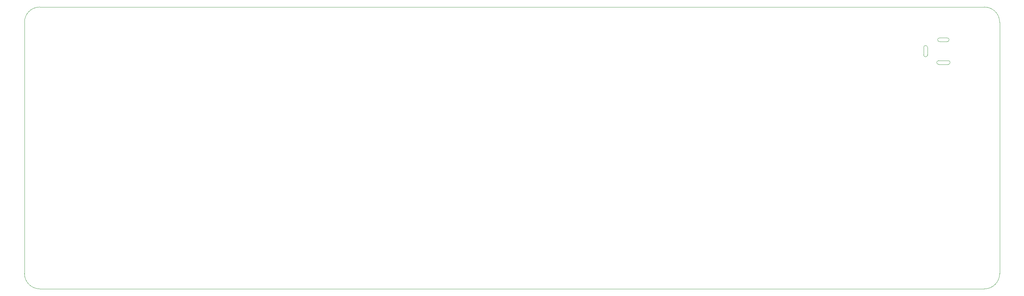
<source format=gm1>
G04 #@! TF.GenerationSoftware,KiCad,Pcbnew,(5.1.6-0-10_14)*
G04 #@! TF.CreationDate,2020-09-10T16:37:37+09:00*
G04 #@! TF.ProjectId,zrzr,7a727a72-2e6b-4696-9361-645f70636258,rev?*
G04 #@! TF.SameCoordinates,PX1ab3f00PY7fcad80*
G04 #@! TF.FileFunction,Profile,NP*
%FSLAX46Y46*%
G04 Gerber Fmt 4.6, Leading zero omitted, Abs format (unit mm)*
G04 Created by KiCad (PCBNEW (5.1.6-0-10_14)) date 2020-09-10 16:37:37*
%MOMM*%
%LPD*%
G01*
G04 APERTURE LIST*
G04 #@! TA.AperFunction,Profile*
%ADD10C,0.050000*%
G04 #@! TD*
G04 APERTURE END LIST*
D10*
X242490000Y58940000D02*
X239990000Y58940000D01*
X239990000Y59940000D02*
X242490000Y59940000D01*
X237050000Y63410000D02*
X237050000Y61410000D01*
X236050000Y63410000D02*
G75*
G02*
X237050000Y63410000I500000J0D01*
G01*
X236050000Y61410000D02*
X236050000Y63410000D01*
X237050000Y61410000D02*
G75*
G02*
X236050000Y61410000I-500000J0D01*
G01*
X242490000Y59940000D02*
G75*
G02*
X242490000Y58940000I0J-500000D01*
G01*
X239990000Y58940000D02*
G75*
G02*
X239990000Y59940000I0J500000D01*
G01*
X242220000Y64910000D02*
X240220000Y64910000D01*
X240220000Y65910000D02*
X242220000Y65910000D01*
X242220000Y65910000D02*
G75*
G02*
X242220000Y64910000I0J-500000D01*
G01*
X240220000Y64910000D02*
G75*
G02*
X240220000Y65910000I0J500000D01*
G01*
X0Y70000000D02*
G75*
G02*
X4000000Y74000000I4000000J0D01*
G01*
X4000000Y0D02*
G75*
G02*
X0Y4000000I0J4000000D01*
G01*
X256000000Y4000000D02*
G75*
G02*
X252000000Y0I-4000000J0D01*
G01*
X252000000Y74000000D02*
G75*
G02*
X256000000Y70000000I0J-4000000D01*
G01*
X256000000Y70000000D02*
X256000000Y4000000D01*
X4000000Y74000000D02*
X252000000Y74000000D01*
X0Y4000000D02*
X0Y70000000D01*
X252000000Y0D02*
X4000000Y0D01*
M02*

</source>
